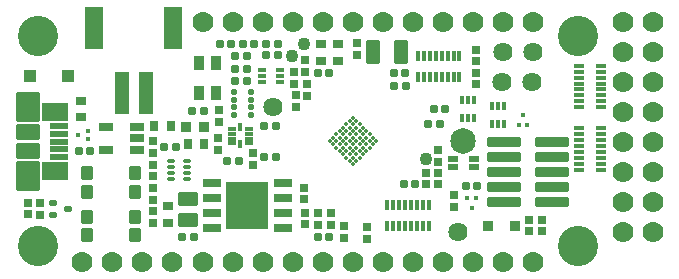
<source format=gbr>
G04 #@! TF.GenerationSoftware,KiCad,Pcbnew,(6.0.7)*
G04 #@! TF.CreationDate,2022-09-05T10:31:39-04:00*
G04 #@! TF.ProjectId,quickfeather-board,71756963-6b66-4656-9174-6865722d626f,rev?*
G04 #@! TF.SameCoordinates,Original*
G04 #@! TF.FileFunction,Soldermask,Top*
G04 #@! TF.FilePolarity,Negative*
%FSLAX46Y46*%
G04 Gerber Fmt 4.6, Leading zero omitted, Abs format (unit mm)*
G04 Created by KiCad (PCBNEW (6.0.7)) date 2022-09-05 10:31:39*
%MOMM*%
%LPD*%
G01*
G04 APERTURE LIST*
G04 Aperture macros list*
%AMRoundRect*
0 Rectangle with rounded corners*
0 $1 Rounding radius*
0 $2 $3 $4 $5 $6 $7 $8 $9 X,Y pos of 4 corners*
0 Add a 4 corners polygon primitive as box body*
4,1,4,$2,$3,$4,$5,$6,$7,$8,$9,$2,$3,0*
0 Add four circle primitives for the rounded corners*
1,1,$1+$1,$2,$3*
1,1,$1+$1,$4,$5*
1,1,$1+$1,$6,$7*
1,1,$1+$1,$8,$9*
0 Add four rect primitives between the rounded corners*
20,1,$1+$1,$2,$3,$4,$5,0*
20,1,$1+$1,$4,$5,$6,$7,0*
20,1,$1+$1,$6,$7,$8,$9,0*
20,1,$1+$1,$8,$9,$2,$3,0*%
G04 Aperture macros list end*
%ADD10RoundRect,0.070000X0.525000X-0.300000X0.525000X0.300000X-0.525000X0.300000X-0.525000X-0.300000X0*%
%ADD11RoundRect,0.051000X-0.450000X-0.475000X0.450000X-0.475000X0.450000X0.475000X-0.450000X0.475000X0*%
%ADD12RoundRect,0.198500X-0.172500X0.147500X-0.172500X-0.147500X0.172500X-0.147500X0.172500X0.147500X0*%
%ADD13RoundRect,0.051000X0.400000X0.400000X-0.400000X0.400000X-0.400000X-0.400000X0.400000X-0.400000X0*%
%ADD14RoundRect,0.051000X-0.550000X-0.950000X0.550000X-0.950000X0.550000X0.950000X-0.550000X0.950000X0*%
%ADD15RoundRect,0.198500X-0.147500X-0.172500X0.147500X-0.172500X0.147500X0.172500X-0.147500X0.172500X0*%
%ADD16RoundRect,0.198500X0.172500X-0.147500X0.172500X0.147500X-0.172500X0.147500X-0.172500X-0.147500X0*%
%ADD17C,1.102000*%
%ADD18RoundRect,0.198500X0.147500X0.172500X-0.147500X0.172500X-0.147500X-0.172500X0.147500X-0.172500X0*%
%ADD19RoundRect,0.050000X0.150000X-0.150000X0.150000X0.150000X-0.150000X0.150000X-0.150000X-0.150000X0*%
%ADD20RoundRect,0.051000X0.400000X-0.300000X0.400000X0.300000X-0.400000X0.300000X-0.400000X-0.300000X0*%
%ADD21C,1.778000*%
%ADD22RoundRect,0.051000X-0.750000X-1.700000X0.750000X-1.700000X0.750000X1.700000X-0.750000X1.700000X0*%
%ADD23RoundRect,0.051000X-0.500000X-1.750000X0.500000X-1.750000X0.500000X1.750000X-0.500000X1.750000X0*%
%ADD24RoundRect,0.051000X1.395000X-0.370000X1.395000X0.370000X-1.395000X0.370000X-1.395000X-0.370000X0*%
%ADD25RoundRect,0.051000X-0.450000X-0.500000X0.450000X-0.500000X0.450000X0.500000X-0.450000X0.500000X0*%
%ADD26RoundRect,0.051000X-0.175000X-0.175000X0.175000X-0.175000X0.175000X0.175000X-0.175000X0.175000X0*%
%ADD27RoundRect,0.051000X-0.800000X0.550000X-0.800000X-0.550000X0.800000X-0.550000X0.800000X0.550000X0*%
%ADD28RoundRect,0.051000X-0.275000X-0.125000X0.275000X-0.125000X0.275000X0.125000X-0.275000X0.125000X0*%
%ADD29RoundRect,0.051000X0.300000X0.400000X-0.300000X0.400000X-0.300000X-0.400000X0.300000X-0.400000X0*%
%ADD30RoundRect,0.050000X-0.150000X-0.150000X0.150000X-0.150000X0.150000X0.150000X-0.150000X0.150000X0*%
%ADD31RoundRect,0.051000X-0.300000X-0.400000X0.300000X-0.400000X0.300000X0.400000X-0.300000X0.400000X0*%
%ADD32RoundRect,0.051000X-0.325000X0.125000X-0.325000X-0.125000X0.325000X-0.125000X0.325000X0.125000X0*%
%ADD33RoundRect,0.051000X0.125000X0.325000X-0.125000X0.325000X-0.125000X-0.325000X0.125000X-0.325000X0*%
%ADD34C,1.626000*%
%ADD35RoundRect,0.051000X0.300000X-0.150000X0.300000X0.150000X-0.300000X0.150000X-0.300000X-0.150000X0*%
%ADD36RoundRect,0.051000X-0.150000X-0.300000X0.150000X-0.300000X0.150000X0.300000X-0.150000X0.300000X0*%
%ADD37RoundRect,0.051000X0.150000X-0.400000X0.150000X0.400000X-0.150000X0.400000X-0.150000X-0.400000X0*%
%ADD38C,3.403600*%
%ADD39RoundRect,0.051000X-0.400000X-0.150000X0.400000X-0.150000X0.400000X0.150000X-0.400000X0.150000X0*%
%ADD40RoundRect,0.051000X0.375000X-0.225000X0.375000X0.225000X-0.375000X0.225000X-0.375000X-0.225000X0*%
%ADD41C,2.162000*%
%ADD42RoundRect,0.050000X0.150000X0.150000X-0.150000X0.150000X-0.150000X-0.150000X0.150000X-0.150000X0*%
%ADD43RoundRect,0.051000X-0.400000X0.500000X-0.400000X-0.500000X0.400000X-0.500000X0.400000X0.500000X0*%
%ADD44RoundRect,0.051000X0.750000X-0.250000X0.750000X0.250000X-0.750000X0.250000X-0.750000X-0.250000X0*%
%ADD45RoundRect,0.051000X-0.850000X-1.000000X0.850000X-1.000000X0.850000X1.000000X-0.850000X1.000000X0*%
%ADD46RoundRect,0.051000X-0.255000X0.200000X-0.255000X-0.200000X0.255000X-0.200000X0.255000X0.200000X0*%
%ADD47RoundRect,0.051000X-0.690000X-0.225000X0.690000X-0.225000X0.690000X0.225000X-0.690000X0.225000X0*%
%ADD48RoundRect,0.051000X-0.950000X-1.187500X0.950000X-1.187500X0.950000X1.187500X-0.950000X1.187500X0*%
%ADD49RoundRect,0.051000X-0.950000X-0.587500X0.950000X-0.587500X0.950000X0.587500X-0.950000X0.587500X0*%
%ADD50RoundRect,0.051000X-1.050000X-0.737500X1.050000X-0.737500X1.050000X0.737500X-1.050000X0.737500X0*%
%ADD51C,0.342000*%
G04 APERTURE END LIST*
D10*
X134085300Y-105676700D03*
X134085300Y-104726700D03*
X134085300Y-103776700D03*
X131385300Y-103776700D03*
X131385300Y-105676700D03*
D11*
X128175000Y-99426700D03*
X125025000Y-99426700D03*
D12*
X135400000Y-104975000D03*
X135400000Y-105945000D03*
D13*
X139680000Y-103730000D03*
X138180000Y-103730000D03*
D14*
X154025000Y-97430000D03*
X156435000Y-97430000D03*
D15*
X155805000Y-99210000D03*
X156775000Y-99210000D03*
D16*
X148430000Y-101135000D03*
X148430000Y-100165000D03*
D15*
X137885000Y-113110000D03*
X138855000Y-113110000D03*
D12*
X150470300Y-111066700D03*
X150470300Y-112036700D03*
X148220000Y-108895000D03*
X148220000Y-109865000D03*
D17*
X148160000Y-96710000D03*
X147140000Y-97720000D03*
D12*
X148250000Y-111035000D03*
X148250000Y-112005000D03*
D18*
X145796000Y-103723000D03*
X144826000Y-103723000D03*
D16*
X148300000Y-99085000D03*
X148300000Y-98115000D03*
X140980000Y-103330000D03*
X140980000Y-102360000D03*
D19*
X129875000Y-104800000D03*
X129875000Y-104100000D03*
X129025000Y-104450000D03*
D18*
X130110300Y-105826700D03*
X129140300Y-105826700D03*
D15*
X145005000Y-97670000D03*
X145975000Y-97670000D03*
D16*
X152660000Y-97635000D03*
X152660000Y-96665000D03*
D18*
X150325000Y-99230000D03*
X149355000Y-99230000D03*
D15*
X158715000Y-103520000D03*
X159685000Y-103520000D03*
D20*
X149650000Y-98150000D03*
X149650000Y-96750000D03*
D18*
X145800000Y-106320000D03*
X144830000Y-106320000D03*
D20*
X151040000Y-98150000D03*
X151040000Y-96750000D03*
D15*
X156625000Y-108590000D03*
X157595000Y-108590000D03*
D12*
X162720000Y-99185000D03*
X162720000Y-100155000D03*
D21*
X167537000Y-115187000D03*
X164997000Y-115187000D03*
X162457000Y-115187000D03*
X159917000Y-115187000D03*
X157377000Y-115187000D03*
X154837000Y-115187000D03*
X152297000Y-115187000D03*
X149757000Y-115187000D03*
X147217000Y-115187000D03*
X144677000Y-115187000D03*
X142137000Y-115187000D03*
X139597000Y-115187000D03*
X137047000Y-115187000D03*
X134507000Y-115187000D03*
X131967000Y-115187000D03*
X129427000Y-115187000D03*
D22*
X130419100Y-95350000D03*
X137119100Y-95350000D03*
D23*
X132769100Y-100900000D03*
X134769100Y-100900000D03*
D18*
X139685000Y-102420000D03*
X138715000Y-102420000D03*
D24*
X169195000Y-110083600D03*
X165125000Y-110083600D03*
X169195000Y-108813600D03*
X165125000Y-108813600D03*
X169195000Y-107543600D03*
X165125000Y-107543600D03*
X169195000Y-106273600D03*
X165125000Y-106273600D03*
X169195000Y-105003600D03*
X165125000Y-105003600D03*
D18*
X162875000Y-108740000D03*
X161905000Y-108740000D03*
X143355000Y-97790000D03*
X142385000Y-97790000D03*
D12*
X159570000Y-105725000D03*
X159570000Y-106695000D03*
D25*
X133880000Y-107650000D03*
X133880000Y-109250000D03*
X129780000Y-107650000D03*
X129780000Y-109250000D03*
D15*
X142385000Y-99850000D03*
X143355000Y-99850000D03*
D26*
X143675000Y-100810000D03*
X143675000Y-101460000D03*
X143675000Y-102110000D03*
X143675000Y-102760000D03*
X142225000Y-102760000D03*
X142225000Y-102110000D03*
X142225000Y-101460000D03*
X142225000Y-100810000D03*
D27*
X138380000Y-109830000D03*
X138380000Y-111630000D03*
D16*
X135390000Y-107935000D03*
X135390000Y-106965000D03*
D28*
X136935000Y-106650000D03*
X136935000Y-107150000D03*
X136935000Y-107650000D03*
X136935000Y-108150000D03*
X138285000Y-108150000D03*
X138285000Y-107650000D03*
X138285000Y-107150000D03*
X138285000Y-106650000D03*
D16*
X135380000Y-111865000D03*
X135380000Y-110895000D03*
X135400000Y-109925000D03*
X135400000Y-108955000D03*
D29*
X139750000Y-105200000D03*
X138350000Y-105200000D03*
D20*
X136680000Y-111880000D03*
X136680000Y-110480000D03*
X129290000Y-102930000D03*
X129290000Y-101530000D03*
D18*
X143345000Y-98900000D03*
X142375000Y-98900000D03*
D16*
X147480000Y-102055000D03*
X147480000Y-101085000D03*
D30*
X166400000Y-103565000D03*
X167100000Y-103565000D03*
X166750000Y-102715000D03*
D31*
X135490000Y-103720000D03*
X136890000Y-103720000D03*
D12*
X149360000Y-111055000D03*
X149360000Y-112025000D03*
D16*
X159560000Y-108625000D03*
X159560000Y-107655000D03*
D12*
X168380000Y-111615000D03*
X168380000Y-112585000D03*
X124800000Y-110205000D03*
X124800000Y-111175000D03*
X158520000Y-107645000D03*
X158520000Y-108615000D03*
D32*
X143500000Y-105145000D03*
X143500000Y-104750000D03*
X143500000Y-104350000D03*
X143500000Y-103950000D03*
D33*
X142800000Y-103800000D03*
D32*
X142100000Y-103950000D03*
X142100000Y-104350000D03*
X142100000Y-104750000D03*
X142100000Y-105145000D03*
D33*
X142800000Y-105240000D03*
D16*
X140901000Y-105678000D03*
X140901000Y-104708000D03*
X143841000Y-106978000D03*
X143841000Y-106008000D03*
D15*
X141696000Y-106623000D03*
X142666000Y-106623000D03*
D34*
X167551000Y-97383000D03*
X167531000Y-99923000D03*
D16*
X167270300Y-112586700D03*
X167270300Y-111616700D03*
D25*
X133880000Y-111350000D03*
X133880000Y-112950000D03*
X129780000Y-111350000D03*
X129780000Y-112950000D03*
D35*
X146130000Y-99940000D03*
X146130000Y-99440000D03*
X146130000Y-98940000D03*
X144630000Y-98940000D03*
X144630000Y-99440000D03*
X144630000Y-99940000D03*
D36*
X164140000Y-103510000D03*
X164640000Y-103510000D03*
X165140000Y-103510000D03*
X165140000Y-102010000D03*
X164640000Y-102010000D03*
X164140000Y-102010000D03*
X161590000Y-102980000D03*
X162090000Y-102980000D03*
X162590000Y-102980000D03*
X162590000Y-101480000D03*
X162090000Y-101480000D03*
X161590000Y-101480000D03*
D34*
X165011100Y-97383600D03*
X164991100Y-99923600D03*
D16*
X162730000Y-98185000D03*
X162730000Y-97215000D03*
D18*
X145955000Y-96750000D03*
X144985000Y-96750000D03*
D15*
X143015000Y-96740000D03*
X143985000Y-96740000D03*
D18*
X142025000Y-96750000D03*
X141055000Y-96750000D03*
D37*
X155240000Y-112160000D03*
X155740000Y-112160000D03*
X156240000Y-112160000D03*
X156740000Y-112160000D03*
X157240000Y-112160000D03*
X157740000Y-112160000D03*
X158240000Y-112160000D03*
X158740000Y-112160000D03*
X158740000Y-110360000D03*
X158240000Y-110360000D03*
X157740000Y-110360000D03*
X157240000Y-110360000D03*
X156740000Y-110360000D03*
X156240000Y-110360000D03*
X155740000Y-110360000D03*
X155240000Y-110360000D03*
D38*
X125655100Y-96089600D03*
X125655100Y-113869600D03*
X171375100Y-113869600D03*
X171375100Y-96089600D03*
D39*
X171511000Y-98593000D03*
X171511000Y-99093000D03*
X171511000Y-99593000D03*
X171511000Y-100093000D03*
X171511000Y-100593000D03*
X171511000Y-101093000D03*
X171511000Y-101593000D03*
X171511000Y-102093000D03*
X173311000Y-102093000D03*
X173311000Y-101593000D03*
X173311000Y-101093000D03*
X173311000Y-100593000D03*
X173311000Y-100093000D03*
X173311000Y-99593000D03*
X173311000Y-99093000D03*
X173311000Y-98593000D03*
D40*
X160840000Y-107170000D03*
X160840000Y-106470000D03*
X162540000Y-107170000D03*
X162540000Y-106460000D03*
D41*
X161690000Y-104980000D03*
D18*
X156815000Y-100260000D03*
X155845000Y-100260000D03*
X160135000Y-102250000D03*
X159165000Y-102250000D03*
D42*
X162730000Y-109745000D03*
X162030000Y-109745000D03*
X162380000Y-110595000D03*
D43*
X140700000Y-98380000D03*
X140700000Y-100880000D03*
X139300000Y-100880000D03*
X139300000Y-98380000D03*
D37*
X157850000Y-99540000D03*
X158350000Y-99540000D03*
X158850000Y-99540000D03*
X159350000Y-99540000D03*
X159850000Y-99540000D03*
X160350000Y-99540000D03*
X160850000Y-99540000D03*
X161350000Y-99540000D03*
X161350000Y-97740000D03*
X160850000Y-97740000D03*
X160350000Y-97740000D03*
X159850000Y-97740000D03*
X159350000Y-97740000D03*
X158850000Y-97740000D03*
X158350000Y-97740000D03*
X157850000Y-97740000D03*
D17*
X158530000Y-106490000D03*
D34*
X145550000Y-102070000D03*
X161196000Y-112624000D03*
D16*
X160850000Y-110515000D03*
X160850000Y-109545000D03*
D12*
X147350000Y-99125000D03*
X147350000Y-100095000D03*
D13*
X163770300Y-112151700D03*
X166020300Y-112151700D03*
D21*
X139611000Y-94843000D03*
X142151000Y-94843000D03*
X144691000Y-94843000D03*
X147231000Y-94843000D03*
X149771000Y-94843000D03*
X152311000Y-94843000D03*
X154851000Y-94843000D03*
X157391000Y-94843000D03*
X159931000Y-94843000D03*
X162471000Y-94843000D03*
X165011000Y-94843000D03*
X167551000Y-94843000D03*
X175195000Y-94857000D03*
X177711000Y-94843000D03*
X175195000Y-97383000D03*
X177711000Y-97383000D03*
X175171000Y-99923000D03*
X177711000Y-99923000D03*
X175195000Y-102463000D03*
X177711000Y-102463000D03*
X175171000Y-105003000D03*
X177711000Y-105003000D03*
X175195000Y-107543000D03*
X177711000Y-107543000D03*
X175171000Y-110083000D03*
X177711000Y-110083000D03*
X175171000Y-112623000D03*
X177711000Y-112623000D03*
D39*
X171511000Y-103893000D03*
X171511000Y-104393000D03*
X171511000Y-104893000D03*
X171511000Y-105393000D03*
X171511000Y-105893000D03*
X171511000Y-106393000D03*
X171511000Y-106893000D03*
X171511000Y-107393000D03*
X173311000Y-107393000D03*
X173311000Y-106893000D03*
X173311000Y-106393000D03*
X173311000Y-105893000D03*
X173311000Y-105393000D03*
X173311000Y-104893000D03*
X173311000Y-104393000D03*
X173311000Y-103893000D03*
D44*
X140400000Y-108495000D03*
X140400000Y-109765000D03*
X140400000Y-111035000D03*
X140400000Y-112305000D03*
X146400000Y-112305000D03*
X146400000Y-111035000D03*
X146400000Y-109765000D03*
X146400000Y-108495000D03*
D45*
X144250000Y-109400000D03*
X142550000Y-109400000D03*
X144250000Y-111400000D03*
X142550000Y-111400000D03*
D12*
X125870300Y-110216700D03*
X125870300Y-111186700D03*
D46*
X126895300Y-110201700D03*
X126895300Y-111201700D03*
X128195300Y-110701700D03*
D15*
X136360300Y-105426700D03*
X137330300Y-105426700D03*
D47*
X127480000Y-103703600D03*
X127480000Y-104353600D03*
X127480000Y-105003600D03*
X127480000Y-105653600D03*
X127480000Y-106303600D03*
D48*
X124820000Y-107916100D03*
D49*
X124820000Y-104166100D03*
X124820000Y-105841100D03*
D48*
X124820000Y-102091100D03*
D50*
X127120000Y-102541100D03*
X127120000Y-107466100D03*
D18*
X150330300Y-113101700D03*
X149360300Y-113101700D03*
D12*
X153495300Y-112241700D03*
X153495300Y-113211700D03*
X151570300Y-112166700D03*
X151570300Y-113136700D03*
D51*
X150347401Y-104948700D03*
X150630244Y-104665857D03*
X150913086Y-104383015D03*
X151195929Y-104100172D03*
X151478772Y-103817329D03*
X151761615Y-103534486D03*
X152044457Y-103251644D03*
X152327300Y-102968801D03*
X150630244Y-105231543D03*
X150913086Y-104948700D03*
X151195929Y-104665857D03*
X151478772Y-104383015D03*
X151761615Y-104100172D03*
X152044457Y-103817329D03*
X152327300Y-103534486D03*
X152610143Y-103251644D03*
X150913086Y-105514385D03*
X151195929Y-105231543D03*
X151478772Y-104948700D03*
X151761615Y-104665857D03*
X152044457Y-104383015D03*
X152327300Y-104100172D03*
X152610143Y-103817329D03*
X152892985Y-103534486D03*
X151195929Y-105797228D03*
X151478772Y-105514385D03*
X151761615Y-105231543D03*
X152044457Y-104948700D03*
X152327300Y-104665857D03*
X152610143Y-104383015D03*
X152892985Y-104100172D03*
X153175828Y-103817329D03*
X151478772Y-106080071D03*
X151761615Y-105797228D03*
X152044457Y-105514385D03*
X152327300Y-105231543D03*
X152610143Y-104948700D03*
X152892985Y-104665857D03*
X153175828Y-104383015D03*
X153458671Y-104100172D03*
X151761615Y-106362914D03*
X152044457Y-106080071D03*
X152327300Y-105797228D03*
X152610143Y-105514385D03*
X152892985Y-105231543D03*
X153175828Y-104948700D03*
X153458671Y-104665857D03*
X153741514Y-104383015D03*
X152044457Y-106645756D03*
X152327300Y-106362914D03*
X152610143Y-106080071D03*
X152892985Y-105797228D03*
X153175828Y-105514385D03*
X153458671Y-105231543D03*
X153741514Y-104948700D03*
X154024356Y-104665857D03*
X152327300Y-106928599D03*
X152610143Y-106645756D03*
X152892985Y-106362914D03*
X153175828Y-106080071D03*
X153458671Y-105797228D03*
X153741514Y-105514385D03*
X154024356Y-105231543D03*
X154307199Y-104948700D03*
M02*

</source>
